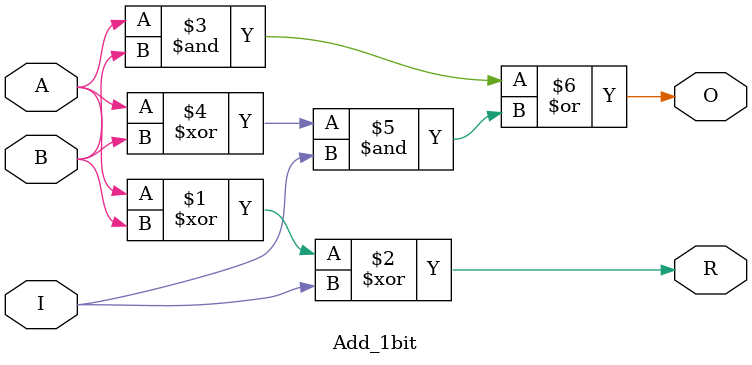
<source format=v>
module Add_1bit(R,O,A,B,I);
input A,B,I;
output R,O;
	assign	R = A ^ B ^ I,
				O = (A & B) | ((A ^ B) & I);
endmodule

</source>
